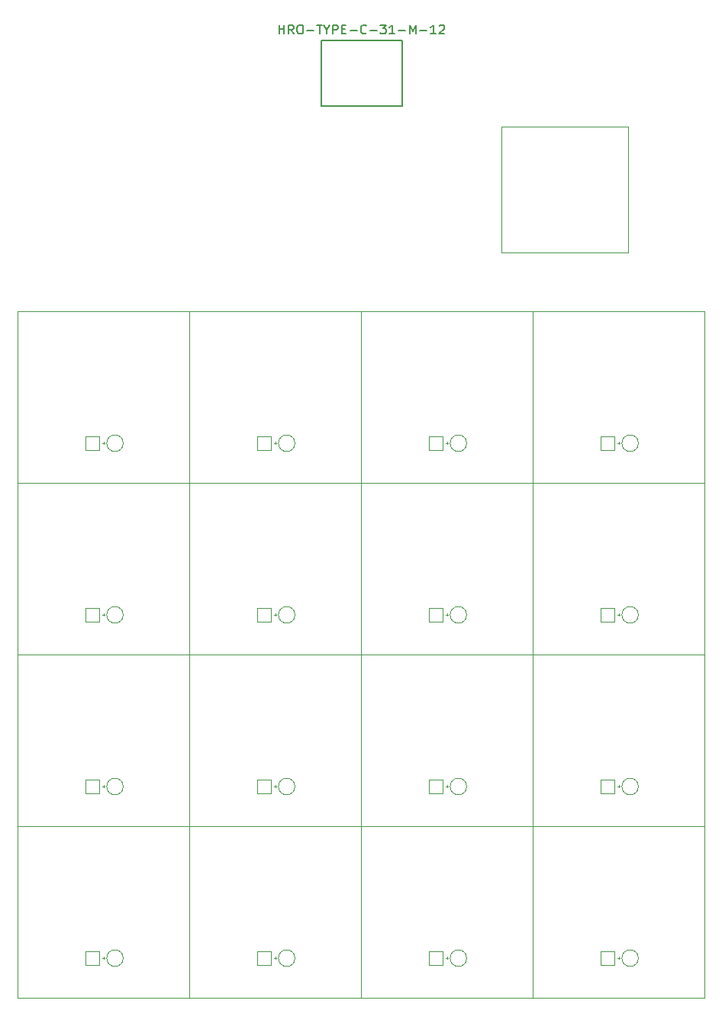
<source format=gbr>
G04 #@! TF.GenerationSoftware,KiCad,Pcbnew,(5.0.2)-1*
G04 #@! TF.CreationDate,2019-10-12T18:51:29+05:30*
G04 #@! TF.ProjectId,steambud_htswp,73746561-6d62-4756-945f-68747377702e,rev?*
G04 #@! TF.SameCoordinates,Original*
G04 #@! TF.FileFunction,Drawing*
%FSLAX46Y46*%
G04 Gerber Fmt 4.6, Leading zero omitted, Abs format (unit mm)*
G04 Created by KiCad (PCBNEW (5.0.2)-1) date 10/12/2019 6:51:29 PM*
%MOMM*%
%LPD*%
G01*
G04 APERTURE LIST*
%ADD10C,0.100000*%
%ADD11C,0.050000*%
%ADD12C,0.150000*%
G04 APERTURE END LIST*
D10*
G04 #@! TO.C,SW12*
X76200000Y-66675000D02*
X76200000Y-85725000D01*
X76200000Y-85725000D02*
X95250000Y-85725000D01*
X95250000Y-85725000D02*
X95250000Y-66675000D01*
X95250000Y-66675000D02*
X76200000Y-66675000D01*
X87910810Y-81280000D02*
G75*
G03X87910810Y-81280000I-915810J0D01*
G01*
X85217000Y-80518000D02*
X83693000Y-80518000D01*
X83693000Y-82042000D02*
X83693000Y-80518000D01*
X83693000Y-82042000D02*
X85217000Y-82042000D01*
X85217000Y-80518000D02*
X85217000Y-82042000D01*
D11*
X85852000Y-81280000D02*
X85598000Y-81280000D01*
X85725000Y-81153000D02*
X85725000Y-81407000D01*
G04 #@! TO.C,SW0*
X47625000Y-62103000D02*
X47625000Y-62357000D01*
X47752000Y-62230000D02*
X47498000Y-62230000D01*
D10*
X47117000Y-61468000D02*
X47117000Y-62992000D01*
X45593000Y-62992000D02*
X47117000Y-62992000D01*
X45593000Y-62992000D02*
X45593000Y-61468000D01*
X47117000Y-61468000D02*
X45593000Y-61468000D01*
X49810810Y-62230000D02*
G75*
G03X49810810Y-62230000I-915810J0D01*
G01*
X57150000Y-47625000D02*
X38100000Y-47625000D01*
X57150000Y-66675000D02*
X57150000Y-47625000D01*
X38100000Y-66675000D02*
X57150000Y-66675000D01*
X38100000Y-47625000D02*
X38100000Y-66675000D01*
G04 #@! TO.C,SW20*
X38100000Y-85725000D02*
X38100000Y-104775000D01*
X38100000Y-104775000D02*
X57150000Y-104775000D01*
X57150000Y-104775000D02*
X57150000Y-85725000D01*
X57150000Y-85725000D02*
X38100000Y-85725000D01*
X49810810Y-100330000D02*
G75*
G03X49810810Y-100330000I-915810J0D01*
G01*
X47117000Y-99568000D02*
X45593000Y-99568000D01*
X45593000Y-101092000D02*
X45593000Y-99568000D01*
X45593000Y-101092000D02*
X47117000Y-101092000D01*
X47117000Y-99568000D02*
X47117000Y-101092000D01*
D11*
X47752000Y-100330000D02*
X47498000Y-100330000D01*
X47625000Y-100203000D02*
X47625000Y-100457000D01*
G04 #@! TO.C,SW11*
X66675000Y-81153000D02*
X66675000Y-81407000D01*
X66802000Y-81280000D02*
X66548000Y-81280000D01*
D10*
X66167000Y-80518000D02*
X66167000Y-82042000D01*
X64643000Y-82042000D02*
X66167000Y-82042000D01*
X64643000Y-82042000D02*
X64643000Y-80518000D01*
X66167000Y-80518000D02*
X64643000Y-80518000D01*
X68860810Y-81280000D02*
G75*
G03X68860810Y-81280000I-915810J0D01*
G01*
X76200000Y-66675000D02*
X57150000Y-66675000D01*
X76200000Y-85725000D02*
X76200000Y-66675000D01*
X57150000Y-85725000D02*
X76200000Y-85725000D01*
X57150000Y-66675000D02*
X57150000Y-85725000D01*
G04 #@! TO.C,SW23*
X95250000Y-85725000D02*
X95250000Y-104775000D01*
X95250000Y-104775000D02*
X114300000Y-104775000D01*
X114300000Y-104775000D02*
X114300000Y-85725000D01*
X114300000Y-85725000D02*
X95250000Y-85725000D01*
X106960810Y-100330000D02*
G75*
G03X106960810Y-100330000I-915810J0D01*
G01*
X104267000Y-99568000D02*
X102743000Y-99568000D01*
X102743000Y-101092000D02*
X102743000Y-99568000D01*
X102743000Y-101092000D02*
X104267000Y-101092000D01*
X104267000Y-99568000D02*
X104267000Y-101092000D01*
D11*
X104902000Y-100330000D02*
X104648000Y-100330000D01*
X104775000Y-100203000D02*
X104775000Y-100457000D01*
G04 #@! TO.C,SW1*
X66675000Y-62103000D02*
X66675000Y-62357000D01*
X66802000Y-62230000D02*
X66548000Y-62230000D01*
D10*
X66167000Y-61468000D02*
X66167000Y-62992000D01*
X64643000Y-62992000D02*
X66167000Y-62992000D01*
X64643000Y-62992000D02*
X64643000Y-61468000D01*
X66167000Y-61468000D02*
X64643000Y-61468000D01*
X68860810Y-62230000D02*
G75*
G03X68860810Y-62230000I-915810J0D01*
G01*
X76200000Y-47625000D02*
X57150000Y-47625000D01*
X76200000Y-66675000D02*
X76200000Y-47625000D01*
X57150000Y-66675000D02*
X76200000Y-66675000D01*
X57150000Y-47625000D02*
X57150000Y-66675000D01*
D12*
G04 #@! TO.C,USB1*
X71780000Y-24800000D02*
X80720000Y-24800000D01*
X80720000Y-17500000D02*
X80720000Y-24800000D01*
X71780000Y-17500000D02*
X71780000Y-24800000D01*
X71780000Y-17500000D02*
X80720000Y-17500000D01*
D11*
G04 #@! TO.C,IC1*
X105800000Y-41100000D02*
X105800000Y-27100000D01*
X105800000Y-27100000D02*
X91800000Y-27100000D01*
X91800000Y-27100000D02*
X91800000Y-41100000D01*
X91800000Y-41100000D02*
X105800000Y-41100000D01*
D10*
G04 #@! TO.C,SW2*
X76200000Y-47625000D02*
X76200000Y-66675000D01*
X76200000Y-66675000D02*
X95250000Y-66675000D01*
X95250000Y-66675000D02*
X95250000Y-47625000D01*
X95250000Y-47625000D02*
X76200000Y-47625000D01*
X87910810Y-62230000D02*
G75*
G03X87910810Y-62230000I-915810J0D01*
G01*
X85217000Y-61468000D02*
X83693000Y-61468000D01*
X83693000Y-62992000D02*
X83693000Y-61468000D01*
X83693000Y-62992000D02*
X85217000Y-62992000D01*
X85217000Y-61468000D02*
X85217000Y-62992000D01*
D11*
X85852000Y-62230000D02*
X85598000Y-62230000D01*
X85725000Y-62103000D02*
X85725000Y-62357000D01*
G04 #@! TO.C,SW3*
X104775000Y-62103000D02*
X104775000Y-62357000D01*
X104902000Y-62230000D02*
X104648000Y-62230000D01*
D10*
X104267000Y-61468000D02*
X104267000Y-62992000D01*
X102743000Y-62992000D02*
X104267000Y-62992000D01*
X102743000Y-62992000D02*
X102743000Y-61468000D01*
X104267000Y-61468000D02*
X102743000Y-61468000D01*
X106960810Y-62230000D02*
G75*
G03X106960810Y-62230000I-915810J0D01*
G01*
X114300000Y-47625000D02*
X95250000Y-47625000D01*
X114300000Y-66675000D02*
X114300000Y-47625000D01*
X95250000Y-66675000D02*
X114300000Y-66675000D01*
X95250000Y-47625000D02*
X95250000Y-66675000D01*
G04 #@! TO.C,SW10*
X38100000Y-66675000D02*
X38100000Y-85725000D01*
X38100000Y-85725000D02*
X57150000Y-85725000D01*
X57150000Y-85725000D02*
X57150000Y-66675000D01*
X57150000Y-66675000D02*
X38100000Y-66675000D01*
X49810810Y-81280000D02*
G75*
G03X49810810Y-81280000I-915810J0D01*
G01*
X47117000Y-80518000D02*
X45593000Y-80518000D01*
X45593000Y-82042000D02*
X45593000Y-80518000D01*
X45593000Y-82042000D02*
X47117000Y-82042000D01*
X47117000Y-80518000D02*
X47117000Y-82042000D01*
D11*
X47752000Y-81280000D02*
X47498000Y-81280000D01*
X47625000Y-81153000D02*
X47625000Y-81407000D01*
G04 #@! TO.C,SW13*
X104775000Y-81153000D02*
X104775000Y-81407000D01*
X104902000Y-81280000D02*
X104648000Y-81280000D01*
D10*
X104267000Y-80518000D02*
X104267000Y-82042000D01*
X102743000Y-82042000D02*
X104267000Y-82042000D01*
X102743000Y-82042000D02*
X102743000Y-80518000D01*
X104267000Y-80518000D02*
X102743000Y-80518000D01*
X106960810Y-81280000D02*
G75*
G03X106960810Y-81280000I-915810J0D01*
G01*
X114300000Y-66675000D02*
X95250000Y-66675000D01*
X114300000Y-85725000D02*
X114300000Y-66675000D01*
X95250000Y-85725000D02*
X114300000Y-85725000D01*
X95250000Y-66675000D02*
X95250000Y-85725000D01*
G04 #@! TO.C,SW21*
X57150000Y-85725000D02*
X57150000Y-104775000D01*
X57150000Y-104775000D02*
X76200000Y-104775000D01*
X76200000Y-104775000D02*
X76200000Y-85725000D01*
X76200000Y-85725000D02*
X57150000Y-85725000D01*
X68860810Y-100330000D02*
G75*
G03X68860810Y-100330000I-915810J0D01*
G01*
X66167000Y-99568000D02*
X64643000Y-99568000D01*
X64643000Y-101092000D02*
X64643000Y-99568000D01*
X64643000Y-101092000D02*
X66167000Y-101092000D01*
X66167000Y-99568000D02*
X66167000Y-101092000D01*
D11*
X66802000Y-100330000D02*
X66548000Y-100330000D01*
X66675000Y-100203000D02*
X66675000Y-100457000D01*
G04 #@! TO.C,SW22*
X85725000Y-100203000D02*
X85725000Y-100457000D01*
X85852000Y-100330000D02*
X85598000Y-100330000D01*
D10*
X85217000Y-99568000D02*
X85217000Y-101092000D01*
X83693000Y-101092000D02*
X85217000Y-101092000D01*
X83693000Y-101092000D02*
X83693000Y-99568000D01*
X85217000Y-99568000D02*
X83693000Y-99568000D01*
X87910810Y-100330000D02*
G75*
G03X87910810Y-100330000I-915810J0D01*
G01*
X95250000Y-85725000D02*
X76200000Y-85725000D01*
X95250000Y-104775000D02*
X95250000Y-85725000D01*
X76200000Y-104775000D02*
X95250000Y-104775000D01*
X76200000Y-85725000D02*
X76200000Y-104775000D01*
D11*
G04 #@! TO.C,SW30*
X47625000Y-119253000D02*
X47625000Y-119507000D01*
X47752000Y-119380000D02*
X47498000Y-119380000D01*
D10*
X47117000Y-118618000D02*
X47117000Y-120142000D01*
X45593000Y-120142000D02*
X47117000Y-120142000D01*
X45593000Y-120142000D02*
X45593000Y-118618000D01*
X47117000Y-118618000D02*
X45593000Y-118618000D01*
X49810810Y-119380000D02*
G75*
G03X49810810Y-119380000I-915810J0D01*
G01*
X57150000Y-104775000D02*
X38100000Y-104775000D01*
X57150000Y-123825000D02*
X57150000Y-104775000D01*
X38100000Y-123825000D02*
X57150000Y-123825000D01*
X38100000Y-104775000D02*
X38100000Y-123825000D01*
G04 #@! TO.C,SW31*
X57150000Y-104775000D02*
X57150000Y-123825000D01*
X57150000Y-123825000D02*
X76200000Y-123825000D01*
X76200000Y-123825000D02*
X76200000Y-104775000D01*
X76200000Y-104775000D02*
X57150000Y-104775000D01*
X68860810Y-119380000D02*
G75*
G03X68860810Y-119380000I-915810J0D01*
G01*
X66167000Y-118618000D02*
X64643000Y-118618000D01*
X64643000Y-120142000D02*
X64643000Y-118618000D01*
X64643000Y-120142000D02*
X66167000Y-120142000D01*
X66167000Y-118618000D02*
X66167000Y-120142000D01*
D11*
X66802000Y-119380000D02*
X66548000Y-119380000D01*
X66675000Y-119253000D02*
X66675000Y-119507000D01*
G04 #@! TO.C,SW32*
X85725000Y-119253000D02*
X85725000Y-119507000D01*
X85852000Y-119380000D02*
X85598000Y-119380000D01*
D10*
X85217000Y-118618000D02*
X85217000Y-120142000D01*
X83693000Y-120142000D02*
X85217000Y-120142000D01*
X83693000Y-120142000D02*
X83693000Y-118618000D01*
X85217000Y-118618000D02*
X83693000Y-118618000D01*
X87910810Y-119380000D02*
G75*
G03X87910810Y-119380000I-915810J0D01*
G01*
X95250000Y-104775000D02*
X76200000Y-104775000D01*
X95250000Y-123825000D02*
X95250000Y-104775000D01*
X76200000Y-123825000D02*
X95250000Y-123825000D01*
X76200000Y-104775000D02*
X76200000Y-123825000D01*
G04 #@! TO.C,SW33*
X95250000Y-104775000D02*
X95250000Y-123825000D01*
X95250000Y-123825000D02*
X114300000Y-123825000D01*
X114300000Y-123825000D02*
X114300000Y-104775000D01*
X114300000Y-104775000D02*
X95250000Y-104775000D01*
X106960810Y-119380000D02*
G75*
G03X106960810Y-119380000I-915810J0D01*
G01*
X104267000Y-118618000D02*
X102743000Y-118618000D01*
X102743000Y-120142000D02*
X102743000Y-118618000D01*
X102743000Y-120142000D02*
X104267000Y-120142000D01*
X104267000Y-118618000D02*
X104267000Y-120142000D01*
D11*
X104902000Y-119380000D02*
X104648000Y-119380000D01*
X104775000Y-119253000D02*
X104775000Y-119507000D01*
G04 #@! TD*
G04 #@! TO.C,USB1*
D12*
X67107142Y-16802380D02*
X67107142Y-15802380D01*
X67107142Y-16278571D02*
X67678571Y-16278571D01*
X67678571Y-16802380D02*
X67678571Y-15802380D01*
X68726190Y-16802380D02*
X68392857Y-16326190D01*
X68154761Y-16802380D02*
X68154761Y-15802380D01*
X68535714Y-15802380D01*
X68630952Y-15850000D01*
X68678571Y-15897619D01*
X68726190Y-15992857D01*
X68726190Y-16135714D01*
X68678571Y-16230952D01*
X68630952Y-16278571D01*
X68535714Y-16326190D01*
X68154761Y-16326190D01*
X69345238Y-15802380D02*
X69535714Y-15802380D01*
X69630952Y-15850000D01*
X69726190Y-15945238D01*
X69773809Y-16135714D01*
X69773809Y-16469047D01*
X69726190Y-16659523D01*
X69630952Y-16754761D01*
X69535714Y-16802380D01*
X69345238Y-16802380D01*
X69250000Y-16754761D01*
X69154761Y-16659523D01*
X69107142Y-16469047D01*
X69107142Y-16135714D01*
X69154761Y-15945238D01*
X69250000Y-15850000D01*
X69345238Y-15802380D01*
X70202380Y-16421428D02*
X70964285Y-16421428D01*
X71297619Y-15802380D02*
X71869047Y-15802380D01*
X71583333Y-16802380D02*
X71583333Y-15802380D01*
X72392857Y-16326190D02*
X72392857Y-16802380D01*
X72059523Y-15802380D02*
X72392857Y-16326190D01*
X72726190Y-15802380D01*
X73059523Y-16802380D02*
X73059523Y-15802380D01*
X73440476Y-15802380D01*
X73535714Y-15850000D01*
X73583333Y-15897619D01*
X73630952Y-15992857D01*
X73630952Y-16135714D01*
X73583333Y-16230952D01*
X73535714Y-16278571D01*
X73440476Y-16326190D01*
X73059523Y-16326190D01*
X74059523Y-16278571D02*
X74392857Y-16278571D01*
X74535714Y-16802380D02*
X74059523Y-16802380D01*
X74059523Y-15802380D01*
X74535714Y-15802380D01*
X74964285Y-16421428D02*
X75726190Y-16421428D01*
X76773809Y-16707142D02*
X76726190Y-16754761D01*
X76583333Y-16802380D01*
X76488095Y-16802380D01*
X76345238Y-16754761D01*
X76250000Y-16659523D01*
X76202380Y-16564285D01*
X76154761Y-16373809D01*
X76154761Y-16230952D01*
X76202380Y-16040476D01*
X76250000Y-15945238D01*
X76345238Y-15850000D01*
X76488095Y-15802380D01*
X76583333Y-15802380D01*
X76726190Y-15850000D01*
X76773809Y-15897619D01*
X77202380Y-16421428D02*
X77964285Y-16421428D01*
X78345238Y-15802380D02*
X78964285Y-15802380D01*
X78630952Y-16183333D01*
X78773809Y-16183333D01*
X78869047Y-16230952D01*
X78916666Y-16278571D01*
X78964285Y-16373809D01*
X78964285Y-16611904D01*
X78916666Y-16707142D01*
X78869047Y-16754761D01*
X78773809Y-16802380D01*
X78488095Y-16802380D01*
X78392857Y-16754761D01*
X78345238Y-16707142D01*
X79916666Y-16802380D02*
X79345238Y-16802380D01*
X79630952Y-16802380D02*
X79630952Y-15802380D01*
X79535714Y-15945238D01*
X79440476Y-16040476D01*
X79345238Y-16088095D01*
X80345238Y-16421428D02*
X81107142Y-16421428D01*
X81583333Y-16802380D02*
X81583333Y-15802380D01*
X81916666Y-16516666D01*
X82250000Y-15802380D01*
X82250000Y-16802380D01*
X82726190Y-16421428D02*
X83488095Y-16421428D01*
X84488095Y-16802380D02*
X83916666Y-16802380D01*
X84202380Y-16802380D02*
X84202380Y-15802380D01*
X84107142Y-15945238D01*
X84011904Y-16040476D01*
X83916666Y-16088095D01*
X84869047Y-15897619D02*
X84916666Y-15850000D01*
X85011904Y-15802380D01*
X85250000Y-15802380D01*
X85345238Y-15850000D01*
X85392857Y-15897619D01*
X85440476Y-15992857D01*
X85440476Y-16088095D01*
X85392857Y-16230952D01*
X84821428Y-16802380D01*
X85440476Y-16802380D01*
G04 #@! TD*
M02*

</source>
